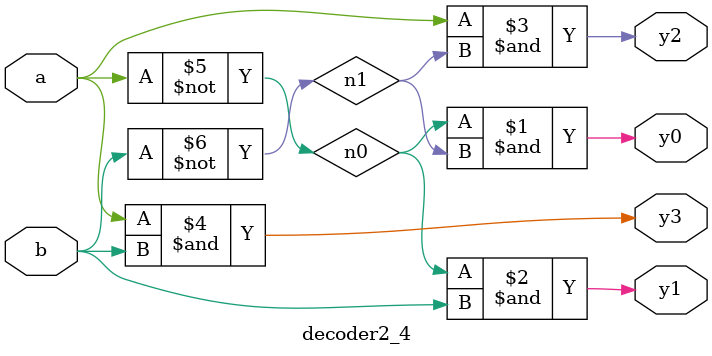
<source format=v>
module decoder2_4
  (input a,b,
   output y0,y1,y2,y3);
  
  not nt1(n0,a);
  not nt2(n1,b);
  and a1(y0,n0,n1);
  and a2(y1,n0,b);
  and a3(y2,a,n1);
  and a4(y3,a,b);
endmodule

</source>
